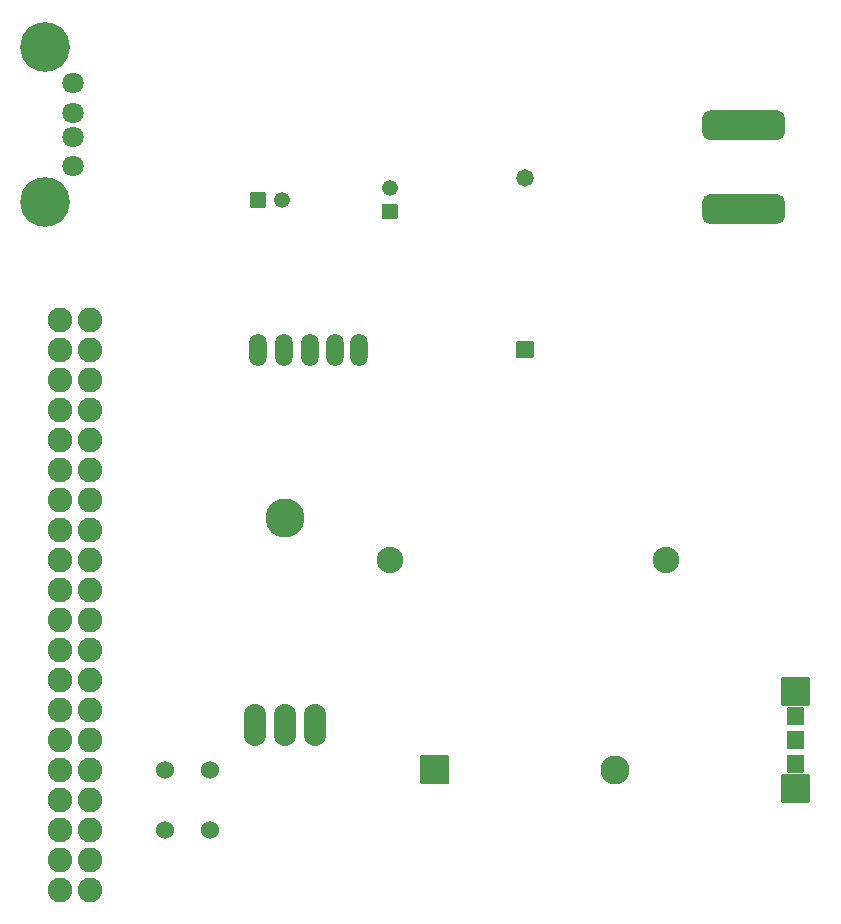
<source format=gbs>
G04 #@! TF.GenerationSoftware,KiCad,Pcbnew,(5.1.10)-1*
G04 #@! TF.CreationDate,2021-11-18T00:00:46-06:00*
G04 #@! TF.ProjectId,Kitty_Cannon_Schematic,4b697474-795f-4436-916e-6e6f6e5f5363,rev?*
G04 #@! TF.SameCoordinates,Original*
G04 #@! TF.FileFunction,Soldermask,Bot*
G04 #@! TF.FilePolarity,Negative*
%FSLAX46Y46*%
G04 Gerber Fmt 4.6, Leading zero omitted, Abs format (unit mm)*
G04 Created by KiCad (PCBNEW (5.1.10)-1) date 2021-11-18 00:00:46*
%MOMM*%
%LPD*%
G01*
G04 APERTURE LIST*
%ADD10C,2.453200*%
%ADD11C,2.235200*%
%ADD12C,1.323200*%
%ADD13C,1.524000*%
%ADD14C,3.302000*%
%ADD15O,1.879600X3.556000*%
%ADD16C,4.203200*%
%ADD17C,1.803200*%
%ADD18C,1.473200*%
%ADD19O,1.473200X2.743200*%
%ADD20C,2.082800*%
G04 APERTURE END LIST*
G36*
G01*
X151084500Y-128988600D02*
X151084500Y-126738600D01*
G75*
G02*
X151186100Y-126637000I101600J0D01*
G01*
X153436100Y-126637000D01*
G75*
G02*
X153537700Y-126738600I0J-101600D01*
G01*
X153537700Y-128988600D01*
G75*
G02*
X153436100Y-129090200I-101600J0D01*
G01*
X151186100Y-129090200D01*
G75*
G02*
X151084500Y-128988600I0J101600D01*
G01*
G37*
D10*
X167551100Y-127863600D03*
D11*
X171894500Y-110083600D03*
X148501100Y-110083600D03*
D12*
X148501100Y-78603600D03*
G36*
G01*
X149061101Y-81265200D02*
X147941099Y-81265200D01*
G75*
G02*
X147839500Y-81163601I0J101599D01*
G01*
X147839500Y-80043599D01*
G75*
G02*
X147941099Y-79942000I101599J0D01*
G01*
X149061101Y-79942000D01*
G75*
G02*
X149162700Y-80043599I0J-101599D01*
G01*
X149162700Y-81163601D01*
G75*
G02*
X149061101Y-81265200I-101599J0D01*
G01*
G37*
X139341100Y-79603600D03*
G36*
G01*
X136679500Y-80163601D02*
X136679500Y-79043599D01*
G75*
G02*
X136781099Y-78942000I101599J0D01*
G01*
X137901101Y-78942000D01*
G75*
G02*
X138002700Y-79043599I0J-101599D01*
G01*
X138002700Y-80163601D01*
G75*
G02*
X137901101Y-80265200I-101599J0D01*
G01*
X136781099Y-80265200D01*
G75*
G02*
X136679500Y-80163601I0J101599D01*
G01*
G37*
D13*
X133261100Y-132943600D03*
X133261100Y-127863600D03*
X129451100Y-132943600D03*
X129451100Y-127863600D03*
D14*
X139611100Y-106527600D03*
D15*
X142151100Y-124053600D03*
X139611100Y-124053600D03*
X137071100Y-124053600D03*
G36*
G01*
X181721980Y-120019860D02*
X183971980Y-120019860D01*
G75*
G02*
X184073580Y-120121460I0J-101600D01*
G01*
X184073580Y-122371460D01*
G75*
G02*
X183971980Y-122473060I-101600J0D01*
G01*
X181721980Y-122473060D01*
G75*
G02*
X181620380Y-122371460I0J101600D01*
G01*
X181620380Y-120121460D01*
G75*
G02*
X181721980Y-120019860I101600J0D01*
G01*
G37*
G36*
G01*
X181721980Y-128219860D02*
X183971980Y-128219860D01*
G75*
G02*
X184073580Y-128321460I0J-101600D01*
G01*
X184073580Y-130571460D01*
G75*
G02*
X183971980Y-130673060I-101600J0D01*
G01*
X181721980Y-130673060D01*
G75*
G02*
X181620380Y-130571460I0J101600D01*
G01*
X181620380Y-128321460D01*
G75*
G02*
X181721980Y-128219860I101600J0D01*
G01*
G37*
G36*
G01*
X182192980Y-126590860D02*
X183500980Y-126590860D01*
G75*
G02*
X183602580Y-126692460I0J-101600D01*
G01*
X183602580Y-128000460D01*
G75*
G02*
X183500980Y-128102060I-101600J0D01*
G01*
X182192980Y-128102060D01*
G75*
G02*
X182091380Y-128000460I0J101600D01*
G01*
X182091380Y-126692460D01*
G75*
G02*
X182192980Y-126590860I101600J0D01*
G01*
G37*
G36*
G01*
X182192980Y-122590860D02*
X183500980Y-122590860D01*
G75*
G02*
X183602580Y-122692460I0J-101600D01*
G01*
X183602580Y-124000460D01*
G75*
G02*
X183500980Y-124102060I-101600J0D01*
G01*
X182192980Y-124102060D01*
G75*
G02*
X182091380Y-124000460I0J101600D01*
G01*
X182091380Y-122692460D01*
G75*
G02*
X182192980Y-122590860I101600J0D01*
G01*
G37*
G36*
G01*
X182192980Y-124590860D02*
X183500980Y-124590860D01*
G75*
G02*
X183602580Y-124692460I0J-101600D01*
G01*
X183602580Y-126000460D01*
G75*
G02*
X183500980Y-126102060I-101600J0D01*
G01*
X182192980Y-126102060D01*
G75*
G02*
X182091380Y-126000460I0J101600D01*
G01*
X182091380Y-124692460D01*
G75*
G02*
X182192980Y-124590860I101600J0D01*
G01*
G37*
D16*
X119291100Y-79823600D03*
X119291100Y-66683600D03*
D17*
X121691100Y-76753600D03*
X121691100Y-74253600D03*
X121691100Y-72253600D03*
X121691100Y-69753600D03*
D18*
X159931100Y-77774800D03*
G36*
G01*
X160566100Y-93040200D02*
X159296100Y-93040200D01*
G75*
G02*
X159194500Y-92938600I0J101600D01*
G01*
X159194500Y-91668600D01*
G75*
G02*
X159296100Y-91567000I101600J0D01*
G01*
X160566100Y-91567000D01*
G75*
G02*
X160667700Y-91668600I0J-101600D01*
G01*
X160667700Y-92938600D01*
G75*
G02*
X160566100Y-93040200I-101600J0D01*
G01*
G37*
D19*
X145917920Y-92339160D03*
X143865600Y-92313760D03*
X141745100Y-92303600D03*
X139512040Y-92344240D03*
X137320020Y-92293440D03*
D20*
X120561100Y-138023600D03*
X123101100Y-138023600D03*
X120561100Y-135483600D03*
X123101100Y-135483600D03*
X120561100Y-132943600D03*
X123101100Y-132943600D03*
X120561100Y-130403600D03*
X123101100Y-130403600D03*
X120561100Y-127863600D03*
X123101100Y-127863600D03*
X120561100Y-125323600D03*
X123101100Y-125323600D03*
X120561100Y-122783600D03*
X123101100Y-122783600D03*
X120561100Y-120243600D03*
X123101100Y-120243600D03*
X120561100Y-117703600D03*
X123101100Y-117703600D03*
X120561100Y-115163600D03*
X123101100Y-115163600D03*
X120561100Y-112623600D03*
X123101100Y-112623600D03*
X120561100Y-110083600D03*
X123101100Y-110083600D03*
X120561100Y-107543600D03*
X123101100Y-107543600D03*
X120561100Y-105003600D03*
X123101100Y-105003600D03*
X120561100Y-102463600D03*
X123101100Y-102463600D03*
X120561100Y-99923600D03*
X123101100Y-99923600D03*
X120561100Y-97383600D03*
X123101100Y-97383600D03*
X120561100Y-94843600D03*
X123101100Y-94843600D03*
X120561100Y-92303600D03*
X123101100Y-92303600D03*
X120561100Y-89763600D03*
X123101100Y-89763600D03*
G36*
G01*
X175575240Y-72049320D02*
X181325240Y-72049320D01*
G75*
G02*
X181950240Y-72674320I0J-625000D01*
G01*
X181950240Y-73924320D01*
G75*
G02*
X181325240Y-74549320I-625000J0D01*
G01*
X175575240Y-74549320D01*
G75*
G02*
X174950240Y-73924320I0J625000D01*
G01*
X174950240Y-72674320D01*
G75*
G02*
X175575240Y-72049320I625000J0D01*
G01*
G37*
G36*
G01*
X175575240Y-79149320D02*
X181325240Y-79149320D01*
G75*
G02*
X181950240Y-79774320I0J-625000D01*
G01*
X181950240Y-81024320D01*
G75*
G02*
X181325240Y-81649320I-625000J0D01*
G01*
X175575240Y-81649320D01*
G75*
G02*
X174950240Y-81024320I0J625000D01*
G01*
X174950240Y-79774320D01*
G75*
G02*
X175575240Y-79149320I625000J0D01*
G01*
G37*
M02*

</source>
